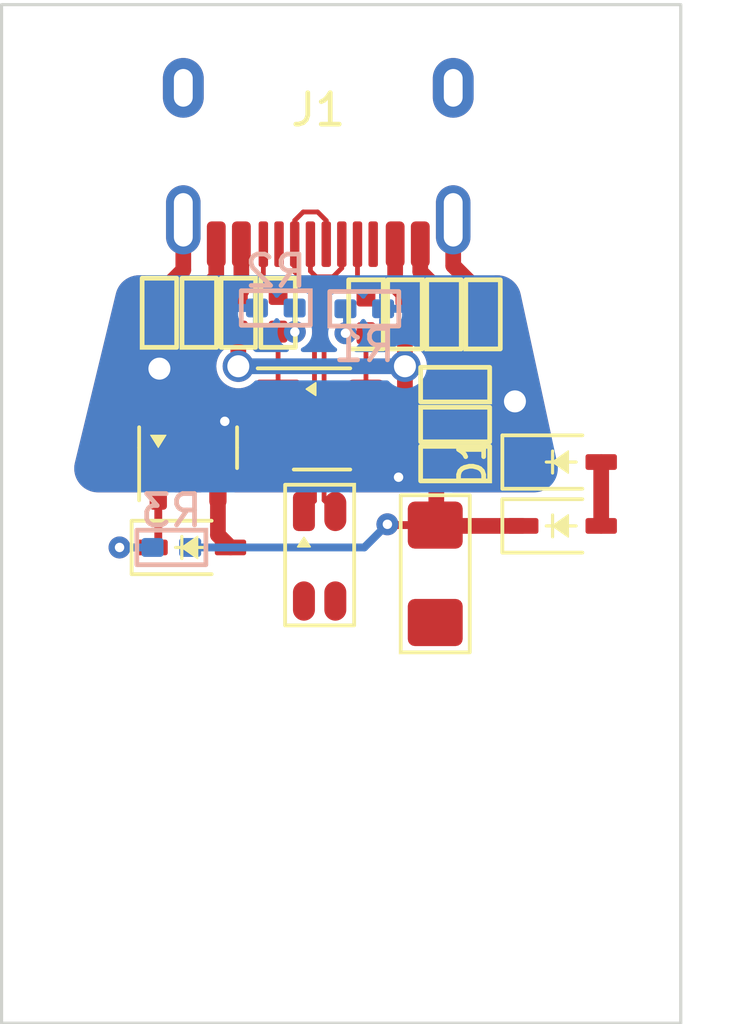
<source format=kicad_pcb>
(kicad_pcb (version 20221018) (generator pcbnew)
  (layers (0 "F.Cu" signal) (31 "B.Cu" signal) (34 "B.Paste" user) (35 "F.Paste" user) (36 "B.SilkS" user "B.Silkscreen") (37 "F.SilkS" user "F.Silkscreen") (38 "B.Mask" user) (39 "F.Mask" user) (44 "Edge.Cuts" user))
  (net 0 "")
  (net 1 "Net-(C1-Pad1)")
  (net 2 "AGND")
  (net 3 "Net-(D1-A)")
  (net 4 "VCC")
  (net 5 "Net-(Z1-K)")
  (net 6 "GND")
  (net 7 "SHIELD")
  (net 8 "Net-(FB3-Pad2)")
  (net 9 "Net-(FB4-Pad2)")
  (net 10 "Net-(FB6-Pad1)")
  (net 11 "VBUS")
  (net 12 "Net-(FB7-Pad1)")
  (net 13 "Net-(J1-CC1)")
  (net 14 "Net-(FB8-Pad2)")
  (net 15 "Net-(J1-CC2)")
  (net 16 "Net-(FB9-Pad2)")
  (net 17 "DBUS+")
  (net 18 "DPP+")
  (net 19 "DPP-")
  (net 20 "DBUS-")
  (net 21 "Net-(Q1-G)")
  (footprint "Diode_SMD:D_SOD-323" (layer "F.Cu") (at 78.7654 34.2392)
    (fp_text reference "Z1" hide)
    (fp_text value "6.2V" hide)
    (fp_line (start -1.9 -0.85) (end -1.9 0.85) (stroke (width 0.12)) (layer "F.SilkS"))
    (fp_line (start -1.9 -0.85) (end 0.65 -0.85) (stroke (width 0.12)) (layer "F.SilkS"))
    (fp_line (start -1.9 0.85) (end 0.65 0.85) (stroke (width 0.12)) (layer "F.SilkS"))
    (fp_line (start -0.3 -0.35) (end -0.3 0.35) (stroke (width 0.1)) (layer "F.SilkS"))
    (fp_line (start -0.3 0) (end -0.5 0) (stroke (width 0.1)) (layer "F.SilkS"))
    (fp_line (start 0.2 0) (end 0.45 0) (stroke (width 0.1)) (layer "F.SilkS"))
    (fp_poly (pts (xy 0.2 -0.35) (xy -0.3 0) (xy 0.2 0.35)) (stroke (width 0.05)) (fill solid) (layer "F.SilkS"))
    (pad "1" smd roundrect (at -1.25 0) (size 1 0.5) (layers "F.Cu" "F.Paste" "F.Mask") (roundrect_rratio 0.15) (net 5 "Net-(Z1-K)"))
    (pad "2" smd roundrect (at 1.25 0) (size 1 0.5) (layers "F.Cu" "F.Paste" "F.Mask") (roundrect_rratio 0.15) (net 3 "Net-(D1-A)"))
    (zone (net 0) (net_name "") (layer "F.Cu") (name "Fill Exclusion") (connect_pads (clearance 0)) (min_thickness 0.254)
      (keepout (tracks allowed) (vias allowed) (pads allowed) (copperpour not_allowed) (footprints allowed))
      (fill (thermal_gap 0.508) (thermal_bridge_width 0.508))
      (polygon (pts (xy 79.6654 34.9392) (xy 77.8654 34.9392) (xy 77.8654 33.5392) (xy 79.6654 33.5392)))
    )
  )
  (footprint "Resistor_SMD:R_0402_1005Metric_Pad0.72x0.64mm_HandSolder" (layer "F.Cu") (at 75.0062 27.5082 90)
    (fp_text reference "FB4" hide)
    (fp_text value "600R @ 100MHz")
    (fp_rect (start -1.1 -0.55) (end 1.1 0.55) (stroke (width 0.15)) (fill none) (layer "F.SilkS"))
    (pad "1" smd roundrect (at -0.6 0 90) (size 0.7 0.6) (layers "F.Cu" "F.Paste" "F.Mask") (roundrect_rratio 0.1666666667) (net 2 "AGND"))
    (pad "2" smd roundrect (at 0.6 0 90) (size 0.7 0.6) (layers "F.Cu" "F.Paste" "F.Mask") (roundrect_rratio 0.1666666667) (net 9 "Net-(FB4-Pad2)"))
    (zone (net 0) (net_name "") (layers "F.Cu" "F.Fab") (name "Copper Pour Exception") (connect_pads (clearance 0)) (min_thickness 0.254)
      (keepout (tracks allowed) (vias allowed) (pads allowed) (copperpour not_allowed) (footprints allowed))
      (fill (thermal_gap 0.508) (thermal_bridge_width 0.508))
      (polygon (pts (xy 75.2762 26.9832) (xy 75.2762 28.0332) (xy 74.7362 28.0332) (xy 74.7362 26.9832)))
    )
  )
  (footprint "Resistor_SMD:R_0402_1005Metric_Pad0.72x0.64mm_HandSolder" (layer "F.Cu") (at 75.3618 31.0134)
    (fp_text reference "FB10" hide)
    (fp_text value "600R @ 100MHz")
    (fp_rect (start -1.1 -0.55) (end 1.1 0.55) (stroke (width 0.15)) (fill none) (layer "F.SilkS"))
    (pad "1" smd roundrect (at -0.6 0) (size 0.7 0.6) (layers "F.Cu" "F.Paste" "F.Mask") (roundrect_rratio 0.1666666667) (net 11 "VBUS"))
    (pad "2" smd roundrect (at 0.6 0) (size 0.7 0.6) (layers "F.Cu" "F.Paste" "F.Mask") (roundrect_rratio 0.1666666667) (net 1 "Net-(C1-Pad1)"))
    (zone (net 0) (net_name "") (layers "F.Cu" "F.Fab") (name "Copper Pour Exception") (connect_pads (clearance 0)) (min_thickness 0.254)
      (keepout (tracks allowed) (vias allowed) (pads allowed) (copperpour not_allowed) (footprints allowed))
      (fill (thermal_gap 0.508) (thermal_bridge_width 0.508))
      (polygon (pts (xy 75.8868 31.2834) (xy 74.8368 31.2834) (xy 74.8368 30.7434) (xy 75.8868 30.7434)))
    )
  )
  (footprint "Resistor_SMD:R_0402_1005Metric_Pad0.72x0.64mm_HandSolder" (layer "F.Cu") (at 76.2508 27.5082 90)
    (fp_text reference "FB2" hide)
    (fp_text value "600R @ 100MHz")
    (fp_rect (start -1.1 -0.55) (end 1.1 0.55) (stroke (width 0.15)) (fill none) (layer "F.SilkS"))
    (pad "1" smd roundrect (at -0.6 0 90) (size 0.7 0.6) (layers "F.Cu" "F.Paste" "F.Mask") (roundrect_rratio 0.1666666667) (net 2 "AGND"))
    (pad "2" smd roundrect (at 0.6 0 90) (size 0.7 0.6) (layers "F.Cu" "F.Paste" "F.Mask") (roundrect_rratio 0.1666666667) (net 7 "SHIELD"))
    (zone (net 0) (net_name "") (layers "F.Cu" "F.Fab") (name "Copper Pour Exception") (connect_pads (clearance 0)) (min_thickness 0.254)
      (keepout (tracks allowed) (vias allowed) (pads allowed) (copperpour not_allowed) (footprints allowed))
      (fill (thermal_gap 0.508) (thermal_bridge_width 0.508))
      (polygon (pts (xy 76.5208 26.9832) (xy 76.5208 28.0332) (xy 75.9808 28.0332) (xy 75.9808 26.9832)))
    )
  )
  (footprint "Fuse:Fuse_1206_3216Metric_Pad1.42x1.75mm_HandSolder" (layer "F.Cu") (at 74.7268 35.7632 90)
    (fp_text reference "F1" hide)
    (fp_text value "1A Trip")
    (fp_rect (start -2.5 -1.1) (end 2.5 1.1) (stroke (width 0.12)) (fill none) (layer "F.SilkS"))
    (pad "1" smd roundrect (at -1.55 0 90) (size 1.5 1.75) (layers "F.Cu" "F.Paste" "F.Mask") (roundrect_rratio 0.15) (net 4 "VCC"))
    (pad "2" smd roundrect (at 1.55 0 90) (size 1.5 1.75) (layers "F.Cu" "F.Paste" "F.Mask") (roundrect_rratio 0.15) (net 5 "Net-(Z1-K)"))
    (zone (net 0) (net_name "") (layer "F.Cu") (name "Fill Exclusion") (connect_pads (clearance 0)) (min_thickness 0.254)
      (keepout (tracks allowed) (vias allowed) (pads allowed) (copperpour not_allowed) (footprints allowed))
      (fill (thermal_gap 0.508) (thermal_bridge_width 0.508))
      (polygon (pts (xy 75.6268 34.8632) (xy 75.6268 36.6632) (xy 73.8268 36.6632) (xy 73.8268 34.8632)))
    )
  )
  (footprint "Package_TO_SOT_SMD:SOT-23" (layer "F.Cu") (at 66.8528 31.75 90)
    (fp_text reference "Q1" hide)
    (fp_text value "DMN2058UW-7")
    (fp_line (start 0 -1.56) (end -1.675 -1.56) (stroke (width 0.12)) (layer "F.SilkS"))
    (fp_line (start 0 -1.56) (end 0.65 -1.56) (stroke (width 0.12)) (layer "F.SilkS"))
    (fp_line (start 0 1.56) (end -0.65 1.56) (stroke (width 0.12)) (layer "F.SilkS"))
    (fp_line (start 0 1.56) (end 0.65 1.56) (stroke (width 0.12)) (layer "F.SilkS"))
    (fp_poly (pts (xy 0.4 -0.7) (xy 0 -0.95) (xy 0.4 -1.2)) (stroke (width 0.025)) (fill solid) (layer "F.SilkS"))
    (pad "1" smd roundrect (at -1.3 -0.95 90) (size 1.35 0.55) (layers "F.Cu" "F.Paste" "F.Mask") (roundrect_rratio 0.2) (net 21 "Net-(Q1-G)"))
    (pad "2" smd oval (at -1.3 0.95 90) (size 1.35 0.55) (layers "F.Cu" "F.Paste" "F.Mask") (net 6 "GND"))
    (pad "3" smd oval (at 1.3 0 90) (size 1.35 0.55) (layers "F.Cu" "F.Paste" "F.Mask") (net 2 "AGND"))
  )
  (footprint "1-web-footprints:CMC-WE-744232090" (layer "F.Cu") (at 71.0438 35.2044 -90)
    (fp_text reference "L1" hide)
    (fp_text value "90R @ 100MHz")
    (fp_rect (start -2.275 -1.1) (end 2.2 1.1) (stroke (width 0.12)) (fill none) (layer "F.SilkS"))
    (fp_poly (pts (xy -0.3 0.7) (xy -0.6 0.5) (xy -0.3 0.3)) (stroke (width 0.05)) (fill solid) (layer "F.SilkS"))
    (pad "1" smd roundrect (at -1.425 0.5 270) (size 1.25 0.7) (layers "F.Cu" "F.Paste" "F.Mask") (net 17 "DBUS+"))
    (pad "2" smd oval (at 1.425 0.5 270) (size 1.25 0.7) (layers "F.Cu" "F.Paste" "F.Mask") (net 18 "DPP+"))
    (pad "3" smd oval (at 1.425 -0.5 270) (size 1.25 0.7) (layers "F.Cu" "F.Paste" "F.Mask") (net 19 "DPP-"))
    (pad "4" smd oval (at -1.425 -0.5 270) (size 1.25 0.7) (layers "F.Cu" "F.Paste" "F.Mask") (net 20 "DBUS-"))
    (zone (net 0) (net_name "") (layer "F.Cu") (name "Fill Exclusion") (connect_pads (clearance 0)) (min_thickness 0.254)
      (keepout (tracks allowed) (vias allowed) (pads allowed) (copperpour not_allowed) (footprints allowed))
      (fill (thermal_gap 0.508) (thermal_bridge_width 0.508))
      (polygon (pts (xy 71.9438 33.4044) (xy 71.9438 37.0044) (xy 70.1438 37.0044) (xy 70.1438 33.4044)))
    )
  )
  (footprint "Package_TO_SOT_SMD:SOT-23-6_Handsoldering" (layer "F.Cu") (at 71.12 30.8356)
    (fp_text reference "U1" hide)
    (fp_text value "82400102")
    (fp_line (start -0.9 1.61) (end 0.9 1.61) (stroke (width 0.12)) (layer "F.SilkS"))
    (fp_line (start 0.9 -1.61) (end -2.05 -1.61) (stroke (width 0.12)) (layer "F.SilkS"))
    (fp_poly (pts (xy -0.2 -0.75) (xy -0.5 -0.95) (xy -0.2 -1.15)) (stroke (width 0.05)) (fill solid) (layer "F.SilkS"))
    (pad "1" smd roundrect (at -1.4 -0.95) (size 1.4 0.6) (layers "F.Cu" "F.Paste" "F.Mask") (roundrect_rratio 0.1666666667) (net 16 "Net-(FB9-Pad2)"))
    (pad "2" smd oval (at -1.4 0) (size 1.4 0.6) (layers "F.Cu" "F.Paste" "F.Mask") (net 2 "AGND") (thermal_bridge_width 0.508))
    (pad "3" smd oval (at -1.4 0.95) (size 1.4 0.6) (layers "F.Cu" "F.Paste" "F.Mask") (net 17 "DBUS+"))
    (pad "4" smd oval (at 1.4 0.95) (size 1.4 0.6) (layers "F.Cu" "F.Paste" "F.Mask") (net 20 "DBUS-"))
    (pad "5" smd oval (at 1.4 0) (size 1.4 0.6) (layers "F.Cu" "F.Paste" "F.Mask") (net 11 "VBUS"))
    (pad "6" smd oval (at 1.4 -0.95) (size 1.4 0.6) (layers "F.Cu" "F.Paste" "F.Mask") (net 14 "Net-(FB8-Pad2)"))
  )
  (footprint "Resistor_SMD:R_0402_1005Metric_Pad0.72x0.64mm_HandSolder" (layer "F.Cu") (at 75.3618 32.258 180)
    (fp_text reference "FB11" hide)
    (fp_text value "600R @ 100MHz")
    (fp_rect (start -1.1 -0.55) (end 1.1 0.55) (stroke (width 0.15)) (fill none) (layer "F.SilkS"))
    (pad "1" smd roundrect (at -0.6 0 180) (size 0.7 0.6) (layers "F.Cu" "F.Paste" "F.Mask") (roundrect_rratio 0.1666666667) (net 1 "Net-(C1-Pad1)"))
    (pad "2" smd roundrect (at 0.6 0 180) (size 0.7 0.6) (layers "F.Cu" "F.Paste" "F.Mask") (roundrect_rratio 0.1666666667) (net 5 "Net-(Z1-K)"))
    (zone (net 0) (net_name "") (layers "F.Cu" "F.Fab") (name "Copper Pour Exception") (connect_pads (clearance 0)) (min_thickness 0.254)
      (keepout (tracks allowed) (vias allowed) (pads allowed) (copperpour not_allowed) (footprints allowed))
      (fill (thermal_gap 0.508) (thermal_bridge_width 0.508))
      (polygon (pts (xy 74.8368 31.988) (xy 75.8868 31.988) (xy 75.8868 32.528) (xy 74.8368 32.528)))
    )
  )
  (footprint "Capacitor_SMD:C_0402_1005Metric_Pad0.74x0.62mm_HandSolder" (layer "F.Cu") (at 75.3618 29.7434 180)
    (fp_text reference "C1" hide)
    (fp_text value "0.68uF")
    (fp_rect (start -1.1 -0.55) (end 1.1 0.55) (stroke (width 0.15)) (fill none) (layer "F.SilkS"))
    (pad "1" smd roundrect (at -0.6 0 180) (size 0.7 0.6) (layers "F.Cu" "F.Paste" "F.Mask") (roundrect_rratio 0.1666666667) (net 1 "Net-(C1-Pad1)"))
    (pad "2" smd roundrect (at 0.6 0 180) (size 0.7 0.6) (layers "F.Cu" "F.Paste" "F.Mask") (roundrect_rratio 0.1666666667) (net 2 "AGND"))
    (zone (net 0) (net_name "") (layers "F.Cu" "F.Fab") (name "Copper Pour Exception") (connect_pads (clearance 0)) (min_thickness 0.254)
      (keepout (tracks allowed) (vias allowed) (pads allowed) (copperpour not_allowed) (footprints allowed))
      (fill (thermal_gap 0.508) (thermal_bridge_width 0.508))
      (polygon (pts (xy 74.8618 29.4934) (xy 75.8618 29.4934) (xy 75.8618 29.9934) (xy 74.8618 29.9934)))
    )
  )
  (footprint "Diode_SMD:D_SOD-323" (layer "F.Cu") (at 66.9528 34.925)
    (fp_text reference "Z2" hide)
    (fp_text value "10V" hide)
    (fp_line (start -1.9 -0.85) (end -1.9 0.85) (stroke (width 0.12)) (layer "F.SilkS"))
    (fp_line (start -1.9 -0.85) (end 0.65 -0.85) (stroke (width 0.12)) (layer "F.SilkS"))
    (fp_line (start -1.9 0.85) (end 0.65 0.85) (stroke (width 0.12)) (layer "F.SilkS"))
    (fp_line (start -0.3 -0.35) (end -0.3 0.35) (stroke (width 0.1)) (layer "F.SilkS"))
    (fp_line (start -0.3 0) (end -0.5 0) (stroke (width 0.1)) (layer "F.SilkS"))
    (fp_line (start 0.2 0) (end 0.45 0) (stroke (width 0.1)) (layer "F.SilkS"))
    (fp_poly (pts (xy 0.2 -0.35) (xy -0.3 0) (xy 0.2 0.35)) (stroke (width 0.05)) (fill solid) (layer "F.SilkS"))
    (pad "1" smd roundrect (at -1.25 0) (size 1 0.5) (layers "F.Cu" "F.Paste" "F.Mask") (roundrect_rratio 0.15) (net 21 "Net-(Q1-G)"))
    (pad "2" smd roundrect (at 1.25 0) (size 1 0.5) (layers "F.Cu" "F.Paste" "F.Mask") (roundrect_rratio 0.15) (net 6 "GND"))
    (zone (net 0) (net_name "") (layer "F.Cu") (name "Fill Exclusion") (connect_pads (clearance 0)) (min_thickness 0.254)
      (keepout (tracks allowed) (vias allowed) (pads allowed) (copperpour not_allowed) (footprints allowed))
      (fill (thermal_gap 0.508) (thermal_bridge_width 0.508))
      (polygon (pts (xy 67.8528 35.625) (xy 66.0528 35.625) (xy 66.0528 34.225) (xy 67.8528 34.225)))
    )
  )
  (footprint "Resistor_SMD:R_0402_1005Metric_Pad0.72x0.64mm_HandSolder" (layer "F.Cu") (at 68.453 27.4574 -90)
    (fp_text reference "FB7" hide)
    (fp_text value "600R @ 100MHz")
    (fp_rect (start -1.1 -0.55) (end 1.1 0.55) (stroke (width 0.15)) (fill none) (layer "F.SilkS"))
    (pad "1" smd roundrect (at -0.6 0 270) (size 0.7 0.6) (layers "F.Cu" "F.Paste" "F.Mask") (roundrect_rratio 0.1666666667) (net 12 "Net-(FB7-Pad1)"))
    (pad "2" smd roundrect (at 0.6 0 270) (size 0.7 0.6) (layers "F.Cu" "F.Paste" "F.Mask") (roundrect_rratio 0.1666666667) (net 11 "VBUS"))
    (zone (net 0) (net_name "") (layers "F.Cu" "F.Fab") (name "Copper Pour Exception") (connect_pads (clearance 0)) (min_thickness 0.254)
      (keepout (tracks allowed) (vias allowed) (pads allowed) (copperpour not_allowed) (footprints allowed))
      (fill (thermal_gap 0.508) (thermal_bridge_width 0.508))
      (polygon (pts (xy 68.183 27.9824) (xy 68.183 26.9324) (xy 68.723 26.9324) (xy 68.723 27.9824)))
    )
  )
  (footprint "Resistor_SMD:R_0402_1005Metric_Pad0.72x0.64mm_HandSolder" (layer "F.Cu") (at 73.7616 27.5082 -90)
    (fp_text reference "FB6" hide)
    (fp_text value "600R @ 100MHz")
    (fp_rect (start -1.1 -0.55) (end 1.1 0.55) (stroke (width 0.15)) (fill none) (layer "F.SilkS"))
    (pad "1" smd roundrect (at -0.6 0 270) (size 0.7 0.6) (layers "F.Cu" "F.Paste" "F.Mask") (roundrect_rratio 0.1666666667) (net 10 "Net-(FB6-Pad1)"))
    (pad "2" smd roundrect (at 0.6 0 270) (size 0.7 0.6) (layers "F.Cu" "F.Paste" "F.Mask") (roundrect_rratio 0.1666666667) (net 11 "VBUS"))
    (zone (net 0) (net_name "") (layers "F.Cu" "F.Fab") (name "Copper Pour Exception") (connect_pads (clearance 0)) (min_thickness 0.254)
      (keepout (tracks allowed) (vias allowed) (pads allowed) (copperpour not_allowed) (footprints allowed))
      (fill (thermal_gap 0.508) (thermal_bridge_width 0.508))
      (polygon (pts (xy 73.4916 28.0332) (xy 73.4916 26.9832) (xy 74.0316 26.9832) (xy 74.0316 28.0332)))
    )
  )
  (footprint "Resistor_SMD:R_0402_1005Metric_Pad0.72x0.64mm_HandSolder" (layer "F.Cu") (at 67.2084 27.4574 90)
    (fp_text reference "FB3" hide)
    (fp_text value "600R @ 100MHz")
    (fp_rect (start -1.1 -0.55) (end 1.1 0.55) (stroke (width 0.15)) (fill none) (layer "F.SilkS"))
    (pad "1" smd roundrect (at -0.6 0 90) (size 0.7 0.6) (layers "F.Cu" "F.Paste" "F.Mask") (roundrect_rratio 0.1666666667) (net 2 "AGND"))
    (pad "2" smd roundrect (at 0.6 0 90) (size 0.7 0.6) (layers "F.Cu" "F.Paste" "F.Mask") (roundrect_rratio 0.1666666667) (net 8 "Net-(FB3-Pad2)"))
    (zone (net 0) (net_name "") (layers "F.Cu" "F.Fab") (name "Copper Pour Exception") (connect_pads (clearance 0)) (min_thickness 0.254)
      (keepout (tracks allowed) (vias allowed) (pads allowed) (copperpour not_allowed) (footprints allowed))
      (fill (thermal_gap 0.508) (thermal_bridge_width 0.508))
      (polygon (pts (xy 67.4784 26.9324) (xy 67.4784 27.9824) (xy 66.9384 27.9824) (xy 66.9384 26.9324)))
    )
  )
  (footprint "Resistor_SMD:R_0402_1005Metric_Pad0.72x0.64mm_HandSolder" (layer "F.Cu") (at 72.52 27.5082 -90)
    (fp_text reference "FB8" hide)
    (fp_text value "600R @ 100MHz")
    (fp_rect (start -1.1 -0.55) (end 1.1 0.55) (stroke (width 0.15)) (fill none) (layer "F.SilkS"))
    (pad "1" smd roundrect (at -0.6 0 270) (size 0.7 0.6) (layers "F.Cu" "F.Paste" "F.Mask") (roundrect_rratio 0.1666666667) (net 13 "Net-(J1-CC1)"))
    (pad "2" smd roundrect (at 0.6 0 270) (size 0.7 0.6) (layers "F.Cu" "F.Paste" "F.Mask") (roundrect_rratio 0.1666666667) (net 14 "Net-(FB8-Pad2)"))
    (zone (net 0) (net_name "") (layers "F.Cu" "F.Fab") (name "Copper Pour Exception") (connect_pads (clearance 0)) (min_thickness 0.254)
      (keepout (tracks allowed) (vias allowed) (pads allowed) (copperpour not_allowed) (footprints allowed))
      (fill (thermal_gap 0.508) (thermal_bridge_width 0.508))
      (polygon (pts (xy 72.25 28.0332) (xy 72.25 26.9832) (xy 72.79 26.9832) (xy 72.79 28.0332)))
    )
  )
  (footprint "Resistor_SMD:R_0402_1005Metric_Pad0.72x0.64mm_HandSolder" (layer "F.Cu") (at 65.9384 27.4574 90)
    (fp_text reference "FB1" hide)
    (fp_text value "600R @ 100MHz")
    (fp_rect (start -1.1 -0.55) (end 1.1 0.55) (stroke (width 0.15)) (fill none) (layer "F.SilkS"))
    (pad "1" smd roundrect (at -0.6 0 90) (size 0.7 0.6) (layers "F.Cu" "F.Paste" "F.Mask") (roundrect_rratio 0.1666666667) (net 2 "AGND"))
    (pad "2" smd roundrect (at 0.6 0 90) (size 0.7 0.6) (layers "F.Cu" "F.Paste" "F.Mask") (roundrect_rratio 0.1666666667) (net 7 "SHIELD"))
    (zone (net 0) (net_name "") (layers "F.Cu" "F.Fab") (name "Copper Pour Exception") (connect_pads (clearance 0)) (min_thickness 0.254)
      (keepout (tracks allowed) (vias allowed) (pads allowed) (copperpour not_allowed) (footprints allowed))
      (fill (thermal_gap 0.508) (thermal_bridge_width 0.508))
      (polygon (pts (xy 66.2084 26.9324) (xy 66.2084 27.9824) (xy 65.6684 27.9824) (xy 65.6684 26.9324)))
    )
  )
  (footprint "Diode_SMD:D_SOD-323" (layer "F.Cu") (at 78.7654 32.2072)
    (fp_text reference "D1" hide)
    (fp_text value "NSR0340HT1G" hide)
    (fp_text user "${REFERENCE}" (at -2.8575 0 90) (layer "F.SilkS") (effects (font (size 0.8 0.8))))
    (fp_line (start -1.9 -0.85) (end -1.9 0.85) (stroke (width 0.12)) (layer "F.SilkS"))
    (fp_line (start -1.9 -0.85) (end 0.65 -0.85) (stroke (width 0.12)) (layer "F.SilkS"))
    (fp_line (start -1.9 0.85) (end 0.65 0.85) (stroke (width 0.12)) (layer "F.SilkS"))
    (fp_line (start -0.3 -0.35) (end -0.3 0.35) (stroke (width 0.1)) (layer "F.SilkS"))
    (fp_line (start -0.3 0) (end -0.5 0) (stroke (width 0.1)) (layer "F.SilkS"))
    (fp_line (start 0.2 0) (end 0.45 0) (stroke (width 0.1)) (layer "F.SilkS"))
    (fp_poly (pts (xy 0.2 -0.35) (xy -0.3 0) (xy 0.2 0.35)) (stroke (width 0.05)) (fill solid) (layer "F.SilkS"))
    (pad "1" smd roundrect (at -1.25 0) (size 1 0.5) (layers "F.Cu" "F.Paste" "F.Mask") (roundrect_rratio 0.15) (net 2 "AGND"))
    (pad "2" smd roundrect (at 1.25 0) (size 1 0.5) (layers "F.Cu" "F.Paste" "F.Mask") (roundrect_rratio 0.15) (net 3 "Net-(D1-A)"))
    (zone (net 0) (net_name "") (layer "F.Cu") (name "Fill Exclusion") (connect_pads (clearance 0)) (min_thickness 0.254)
      (keepout (tracks allowed) (vias allowed) (pads allowed) (copperpour not_allowed) (footprints allowed))
      (fill (thermal_gap 0.508) (thermal_bridge_width 0.508))
      (polygon (pts (xy 79.6654 32.9072) (xy 77.8654 32.9072) (xy 77.8654 31.5072) (xy 79.6654 31.5072)))
    )
  )
  (footprint "acheron_Connectors:TYPE-C-31-M-12" (layer "F.Cu") (at 71 26 180)
    (fp_text reference "J1" (at 0 5 180) (layer "F.SilkS"))
    (fp_text value "USB4085-GF-A")
    (pad "" np_thru_hole circle (at -2.89 2.051 180) (size 0.65 0.65) (drill 0.65) (layers "*.Cu" "*.Mask"))
    (pad "" np_thru_hole circle (at 2.89 2.051 180) (size 0.65 0.65) (drill 0.65) (layers "*.Cu" "*.Mask"))
    (pad "A1" smd roundrect (at -3.25 0.725 180) (size 0.6 1.45) (layers "F.Cu" "F.Paste" "F.Mask") (net 9 "Net-(FB4-Pad2)"))
    (pad "A4" smd roundrect (at -2.45 0.725 180) (size 0.6 1.45) (layers "F.Cu" "F.Paste" "F.Mask") (net 10 "Net-(FB6-Pad1)"))
    (pad "A5" smd roundrect (at -1.25 0.725 180) (size 0.3 1.45) (layers "F.Cu" "F.Paste" "F.Mask") (net 13 "Net-(J1-CC1)"))
    (pad "A6" smd roundrect (at -0.254 0.725 180) (size 0.3 1.45) (layers "F.Cu" "F.Paste" "F.Mask") (net 17 "DBUS+"))
    (pad "A7" smd roundrect (at 0.25 0.725 180) (size 0.3 1.45) (layers "F.Cu" "F.Paste" "F.Mask") (net 20 "DBUS-"))
    (pad "A8" smd roundrect (at 1.25 0.725 180) (size 0.3 1.45) (layers "F.Cu" "F.Paste" "F.Mask"))
    (pad "B1" smd roundrect (at 3.25 0.725 180) (size 0.6 1.45) (layers "F.Cu" "F.Paste" "F.Mask") (net 8 "Net-(FB3-Pad2)"))
    (pad "B4" smd roundrect (at 2.45 0.725 180) (size 0.6 1.45) (layers "F.Cu" "F.Paste" "F.Mask") (net 12 "Net-(FB7-Pad1)"))
    (pad "B5" smd roundrect (at 1.75 0.725 180) (size 0.3 1.45) (layers "F.Cu" "F.Paste" "F.Mask") (net 15 "Net-(J1-CC2)"))
    (pad "B6" smd roundrect (at 0.75 0.725 180) (size 0.3 1.45) (layers "F.Cu" "F.Paste" "F.Mask") (net 17 "DBUS+"))
    (pad "B7" smd roundrect (at -0.75 0.725 180) (size 0.3 1.45) (layers "F.Cu" "F.Paste" "F.Mask") (net 20 "DBUS-"))
    (pad "B8" smd roundrect (at -1.75 0.725 180) (size 0.3 1.45) (layers "F.Cu" "F.Paste" "F.Mask"))
    (pad "S" thru_hole oval (at -4.3 1.5 180) (size 1.1 2.2) (drill oval 0.6 1.7) (layers "*.Cu" "*.Mask") (net 7 "SHIELD"))
    (pad "S" thru_hole oval (at -4.3 5.7 180) (size 1.3 1.9) (drill oval 0.6 1.2) (layers "*.Cu" "*.Mask") (net 7 "SHIELD"))
    (pad "S" thru_hole oval (at 4.3 1.5 180) (size 1.1 2.2) (drill oval 0.6 1.7) (layers "*.Cu" "*.Mask") (net 7 "SHIELD"))
    (pad "S" thru_hole oval (at 4.3 5.7 180) (size 1.3 1.9) (drill oval 0.6 1.2) (layers "*.Cu" "*.Mask") (net 7 "SHIELD"))
  )
  (footprint "Resistor_SMD:R_0402_1005Metric_Pad0.72x0.64mm_HandSolder" (layer "F.Cu") (at 69.72 27.4574 -90)
    (fp_text reference "FB9" hide)
    (fp_text value "600R @ 100MHz")
    (fp_rect (start -1.1 -0.55) (end 1.1 0.55) (stroke (width 0.15)) (fill none) (layer "F.SilkS"))
    (pad "1" smd roundrect (at -0.6 0 270) (size 0.7 0.6) (layers "F.Cu" "F.Paste" "F.Mask") (roundrect_rratio 0.1666666667) (net 15 "Net-(J1-CC2)"))
    (pad "2" smd roundrect (at 0.6 0 270) (size 0.7 0.6) (layers "F.Cu" "F.Paste" "F.Mask") (roundrect_rratio 0.1666666667) (net 16 "Net-(FB9-Pad2)"))
    (zone (net 0) (net_name "") (layers "F.Cu" "F.Fab") (name "Copper Pour Exception") (connect_pads (clearance 0)) (min_thickness 0.254)
      (keepout (tracks allowed) (vias allowed) (pads allowed) (copperpour not_allowed) (footprints allowed))
      (fill (thermal_gap 0.508) (thermal_bridge_width 0.508))
      (polygon (pts (xy 69.45 27.9824) (xy 69.45 26.9324) (xy 69.99 26.9324) (xy 69.99 27.9824)))
    )
  )
  (footprint "Resistor_SMD:R_0402_1005Metric_Pad0.72x0.64mm_HandSolder" (layer "B.Cu") (at 72.4662 27.3304)
    (fp_text reference "R1" (at 0 1.17 -360) (layer "B.SilkS") (effects (justify mirror)))
    (fp_text value "5.1kΩ")
    (fp_rect (start -1.1 0.55) (end 1.1 -0.55) (stroke (width 0.15)) (fill none) (layer "B.SilkS"))
    (pad "1" smd roundrect (at -0.6 0) (size 0.7 0.6) (layers "B.Cu" "B.Paste" "B.Mask") (roundrect_rratio 0.1666666667) (net 14 "Net-(FB8-Pad2)"))
    (pad "2" smd roundrect (at 0.6 0) (size 0.7 0.6) (layers "B.Cu" "B.Paste" "B.Mask") (roundrect_rratio 0.1666666667) (net 2 "AGND"))
    (zone (net 0) (net_name "") (layers "B.Cu" "B.Fab") (name "Copper Pour Exception") (connect_pads (clearance 0)) (min_thickness 0.254)
      (keepout (tracks allowed) (vias allowed) (pads allowed) (copperpour not_allowed) (footprints allowed))
      (fill (thermal_gap 0.508) (thermal_bridge_width 0.508))
      (polygon (pts (xy 72.9912 27.0604) (xy 71.9412 27.0604) (xy 71.9412 27.6004) (xy 72.9912 27.6004)))
    )
  )
  (footprint "Resistor_SMD:R_0402_1005Metric_Pad0.72x0.64mm_HandSolder" (layer "B.Cu") (at 69.6468 27.305 180)
    (fp_text reference "R2" (at 0 1.17 -360) (layer "B.SilkS") (effects (justify mirror)))
    (fp_text value "5.1kΩ")
    (fp_rect (start -1.1 0.55) (end 1.1 -0.55) (stroke (width 0.15)) (fill none) (layer "B.SilkS"))
    (pad "1" smd roundrect (at -0.6 0 180) (size 0.7 0.6) (layers "B.Cu" "B.Paste" "B.Mask") (roundrect_rratio 0.1666666667) (net 16 "Net-(FB9-Pad2)"))
    (pad "2" smd roundrect (at 0.6 0 180) (size 0.7 0.6) (layers "B.Cu" "B.Paste" "B.Mask") (roundrect_rratio 0.1666666667) (net 2 "AGND"))
    (zone (net 0) (net_name "") (layers "B.Cu" "B.Fab") (name "Copper Pour Exception") (connect_pads (clearance 0)) (min_thickness 0.254)
      (keepout (tracks allowed) (vias allowed) (pads allowed) (copperpour not_allowed) (footprints allowed))
      (fill (thermal_gap 0.508) (thermal_bridge_width 0.508))
      (polygon (pts (xy 69.1218 27.575) (xy 70.1718 27.575) (xy 70.1718 27.035) (xy 69.1218 27.035)))
    )
  )
  (footprint "Resistor_SMD:R_0402_1005Metric_Pad0.72x0.64mm_HandSolder" (layer "B.Cu") (at 66.3194 34.925 180)
    (fp_text reference "R3" (at 0 1.17) (layer "B.SilkS") (effects (justify mirror)))
    (fp_text value "10k")
    (fp_rect (start -1.1 0.55) (end 1.1 -0.55) (stroke (width 0.15)) (fill none) (layer "B.SilkS"))
    (pad "1" smd roundrect (at -0.6 0 180) (size 0.7 0.6) (layers "B.Cu" "B.Paste" "B.Mask") (roundrect_rratio 0.1666666667) (net 5 "Net-(Z1-K)"))
    (pad "2" smd roundrect (at 0.6 0 180) (size 0.7 0.6) (layers "B.Cu" "B.Paste" "B.Mask") (roundrect_rratio 0.1666666667) (net 21 "Net-(Q1-G)"))
    (zone (net 0) (net_name "") (layers "B.Cu" "B.Fab") (name "Copper Pour Exception") (connect_pads (clearance 0)) (min_thickness 0.254)
      (keepout (tracks allowed) (vias allowed) (pads allowed) (copperpour not_allowed) (footprints allowed))
      (fill (thermal_gap 0.508) (thermal_bridge_width 0.508))
      (polygon (pts (xy 65.7944 35.195) (xy 66.8444 35.195) (xy 66.8444 34.655) (xy 65.7944 34.655)))
    )
  )
  (gr_rect (start 60.9092 17.653) (end 82.55 50.0634) (stroke (width 0.1)) (fill none) (layer "Edge.Cuts"))
  (segment (start 75.9618 32.258) (end 75.9618 31.0134) (width 0.5) (layer "F.Cu") (net 1))
  (segment (start 75.9618 29.7434) (end 75.9618 31.0134) (width 0.5) (layer "F.Cu") (net 1))
  (via (at 65.9384 29.2354) (size 1) (drill 0.7) (layers "F.Cu" "B.Cu") (net 2))
  (via (at 77.2668 30.2768) (size 1) (drill 0.7) (layers "F.Cu" "B.Cu") (net 2))
  (via (at 68.0212 30.9118) (size 0.7) (drill 0.3) (layers "F.Cu" "B.Cu") (net 2))
  (via (at 73.5584 32.6898) (size 0.7) (drill 0.3) (layers "F.Cu" "B.Cu") (net 2))
  (segment (start 80.0154 32.2072) (end 80.0154 34.2392) (width 0.5) (layer "F.Cu") (net 3))
  (segment (start 77.5154 34.2392) (end 74.7528 34.2392) (width 0.5) (layer "F.Cu") (net 5))
  (segment (start 74.7268 34.2132) (end 73.2276 34.2132) (width 0.25) (layer "F.Cu") (net 5))
  (segment (start 73.2276 34.2132) (end 73.2028 34.1884) (width 0.25) (layer "F.Cu") (net 5))
  (segment (start 74.7528 34.2392) (end 74.7268 34.2132) (width 0.5) (layer "F.Cu") (net 5))
  (segment (start 74.7618 32.258) (end 74.7618 34.1782) (width 0.5) (layer "F.Cu") (net 5))
  (segment (start 74.7618 34.1782) (end 74.7268 34.2132) (width 0.5) (layer "F.Cu") (net 5))
  (via (at 73.2028 34.1884) (size 0.7) (drill 0.3) (layers "F.Cu" "B.Cu") (net 5))
  (segment (start 72.4662 34.925) (end 73.2028 34.1884) (width 0.25) (layer "B.Cu") (net 5))
  (segment (start 66.9194 34.925) (end 72.4662 34.925) (width 0.25) (layer "B.Cu") (net 5))
  (segment (start 67.8028 34.525) (end 68.2028 34.925) (width 0.5) (layer "F.Cu") (net 6))
  (segment (start 67.8028 33.05) (end 67.8028 34.525) (width 0.5) (layer "F.Cu") (net 6))
  (segment (start 66.7 24.5) (end 66.7 26.0958) (width 0.5) (layer "F.Cu") (net 7))
  (segment (start 66.7 26.0958) (end 65.9384 26.8574) (width 0.5) (layer "F.Cu") (net 7))
  (segment (start 75.3 24.5) (end 75.3 25.9574) (width 0.5) (layer "F.Cu") (net 7))
  (segment (start 75.3 25.9574) (end 76.2508 26.9082) (width 0.5) (layer "F.Cu") (net 7))
  (segment (start 67.75 25.275) (end 67.75 26.3158) (width 0.5) (layer "F.Cu") (net 8))
  (segment (start 67.75 26.3158) (end 67.2084 26.8574) (width 0.5) (layer "F.Cu") (net 8))
  (segment (start 74.25 25.275) (end 74.25 26.152) (width 0.5) (layer "F.Cu") (net 9))
  (segment (start 74.25 26.152) (end 75.0062 26.9082) (width 0.5) (layer "F.Cu") (net 9))
  (segment (start 73.45 25.275) (end 73.45 26.5966) (width 0.5) (layer "F.Cu") (net 10))
  (segment (start 73.45 26.5966) (end 73.7616 26.9082) (width 0.5) (layer "F.Cu") (net 10))
  (segment (start 73.7616 30.6324) (end 74.1426 31.0134) (width 0.5) (layer "F.Cu") (net 11))
  (segment (start 73.7616 30.50466) (end 73.7616 30.6324) (width 0.5) (layer "F.Cu") (net 11))
  (segment (start 74.1426 31.0134) (end 74.7618 31.0134) (width 0.5) (layer "F.Cu") (net 11))
  (segment (start 73.7616 30.50466) (end 73.43066 30.8356) (width 0.5) (layer "F.Cu") (net 11))
  (segment (start 68.453 28.0574) (end 68.453 29.1592) (width 0.5) (layer "F.Cu") (net 11))
  (segment (start 73.7616 29.1592) (end 73.7616 28.1082) (width 0.5) (layer "F.Cu") (net 11))
  (segment (start 73.7616 29.1592) (end 73.7616 30.50466) (width 0.5) (layer "F.Cu") (net 11))
  (segment (start 73.43066 30.8356) (end 72.52 30.8356) (width 0.5) (layer "F.Cu") (net 11))
  (via (at 73.7616 29.1592) (size 1) (drill 0.7) (layers "F.Cu" "B.Cu") (net 11))
  (via (at 68.453 29.1592) (size 1) (drill 0.7) (layers "F.Cu" "B.Cu") (net 11))
  (segment (start 68.453 29.1592) (end 73.7616 29.1592) (width 0.5) (layer "B.Cu") (net 11))
  (segment (start 68.55 26.7604) (end 68.453 26.8574) (width 0.5) (layer "F.Cu") (net 12))
  (segment (start 68.55 25.275) (end 68.55 26.7604) (width 0.5) (layer "F.Cu") (net 12))
  (segment (start 72.25 25.275) (end 72.25 26.6382) (width 0.153) (layer "F.Cu") (net 13))
  (segment (start 72.25 26.6382) (end 72.52 26.9082) (width 0.153) (layer "F.Cu") (net 13))
  (segment (start 71.8662 28.1082) (end 72.52 28.1082) (width 0.153) (layer "F.Cu") (net 14))
  (segment (start 72.52 28.1082) (end 72.52 29.8856) (width 0.153) (layer "F.Cu") (net 14))
  (via (at 71.8662 28.1082) (size 0.7) (drill 0.3) (layers "F.Cu" "B.Cu") (net 14))
  (segment (start 71.8662 28.1082) (end 71.8662 27.3304) (width 0.153) (layer "B.Cu") (net 14))
  (segment (start 69.25 25.275) (end 69.25 26.3844) (width 0.153) (layer "F.Cu") (net 15))
  (segment (start 69.25 26.3844) (end 69.723 26.8574) (width 0.153) (layer "F.Cu") (net 15))
  (segment (start 70.243746 28.0574) (end 70.253346 28.067) (width 0.153) (layer "F.Cu") (net 16))
  (segment (start 69.72 28.0574) (end 70.243746 28.0574) (width 0.153) (layer "F.Cu") (net 16))
  (segment (start 69.72 28.0574) (end 69.72 29.8856) (width 0.153) (layer "F.Cu") (net 16))
  (via (at 70.253346 28.067) (size 0.7) (drill 0.3) (layers "F.Cu" "B.Cu") (net 16))
  (segment (start 70.253346 28.067) (end 70.253346 27.311546) (width 0.153) (layer "B.Cu") (net 16))
  (segment (start 70.253346 27.311546) (end 70.2468 27.305) (width 0.153) (layer "B.Cu") (net 16))
  (segment (start 70.284946 31.7856) (end 69.72 31.7856) (width 0.153) (layer "F.Cu") (net 17))
  (segment (start 70.25 25.275) (end 70.25 26.1556) (width 0.153) (layer "F.Cu") (net 17))
  (segment (start 70.25 26.1556) (end 70.879346 26.784946) (width 0.153) (layer "F.Cu") (net 17))
  (segment (start 70.51967 24.25) (end 70.98033 24.25) (width 0.153) (layer "F.Cu") (net 17))
  (segment (start 70.879346 33.443854) (end 70.879346 31.1912) (width 0.153) (layer "F.Cu") (net 17))
  (segment (start 70.98033 24.25) (end 71.254 24.52367) (width 0.153) (layer "F.Cu") (net 17))
  (segment (start 70.5438 33.7794) (end 70.879346 33.443854) (width 0.153) (layer "F.Cu") (net 17))
  (segment (start 70.879346 31.1912) (end 70.284946 31.7856) (width 0.153) (layer "F.Cu") (net 17))
  (segment (start 71.254 24.52367) (end 71.254 25.275) (width 0.153) (layer "F.Cu") (net 17))
  (segment (start 70.25 24.51967) (end 70.51967 24.25) (width 0.153) (layer "F.Cu") (net 17))
  (segment (start 70.879346 26.784946) (end 70.879346 31.1912) (width 0.153) (layer "F.Cu") (net 17))
  (segment (start 70.25 25.275) (end 70.25 24.51967) (width 0.153) (layer "F.Cu") (net 17))
  (segment (start 70.75 26.13033) (end 70.75 25.275) (width 0.153) (layer "F.Cu") (net 20))
  (segment (start 71.46993 26.3144) (end 71.185346 26.598984) (width 0.153) (layer "F.Cu") (net 20))
  (segment (start 71.185346 26.598984) (end 71.185346 31.1912) (width 0.153) (layer "F.Cu") (net 20))
  (segment (start 71.779746 31.7856) (end 72.52 31.7856) (width 0.153) (layer "F.Cu") (net 20))
  (segment (start 71.75 25.275) (end 71.75 26.03433) (width 0.153) (layer "F.Cu") (net 20))
  (segment (start 71.5438 33.7794) (end 71.185346 33.420946) (width 0.153) (layer "F.Cu") (net 20))
  (segment (start 70.93407 26.3144) (end 70.75 26.13033) (width 0.153) (layer "F.Cu") (net 20))
  (segment (start 71.185346 31.1912) (end 71.779746 31.7856) (width 0.153) (layer "F.Cu") (net 20))
  (segment (start 71.185346 33.420946) (end 71.185346 31.1912) (width 0.153) (layer "F.Cu") (net 20))
  (segment (start 71.75 26.03433) (end 71.46993 26.3144) (width 0.153) (layer "F.Cu") (net 20))
  (segment (start 71.46993 26.3144) (end 70.93407 26.3144) (width 0.153) (layer "F.Cu") (net 20))
  (segment (start 64.6684 34.925) (end 65.7028 34.925) (width 0.25) (layer "F.Cu") (net 21))
  (segment (start 65.9028 33.05) (end 65.9028 34.725) (width 0.25) (layer "F.Cu") (net 21))
  (segment (start 65.9028 34.725) (end 65.7028 34.925) (width 0.25) (layer "F.Cu") (net 21))
  (via (at 64.6684 34.925) (size 0.7) (drill 0.3) (layers "F.Cu" "B.Cu") (net 21))
  (segment (start 65.7194 34.925) (end 64.6684 34.925) (width 0.25) (layer "B.Cu") (net 21))
  (zone (net 2) (net_name "AGND") (layers "F&B.Cu") (priority 1) (connect_pads (clearance 0.1524)) (min_thickness 0.1524) (fill yes (thermal_gap 0.254) (thermal_bridge_width 0.254) (smoothing fillet) (radius 0.762))
    (polygon (pts (xy 64.6938 26.2636) (xy 77.3176 26.2636) (xy 78.8162 33.1724) (xy 63.0174 33.1724)))
  )
)
</source>
